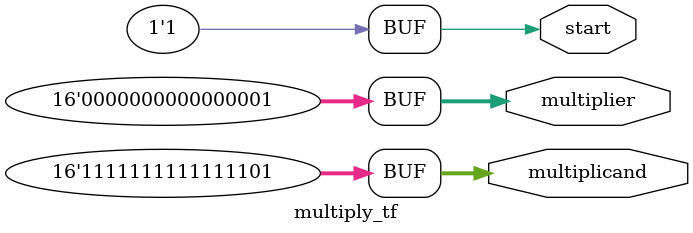
<source format=v>
`timescale 1ns / 1ns

module multiply_tf(multiplier, multiplicand, start);
	output reg signed [15:0] multiplier, multiplicand;
	output reg start;
	
	initial begin
		multiplier = -1;
		multiplicand = 3;  
		start = 1;	   
		#30;
		multiplier = -1;
		multiplicand = -3;  
		start = 1;	   
		#30;
		multiplier = 1;
		multiplicand = 3;  
		start = 1;	   
		#30;
		multiplier = -255;
		multiplicand = 255;  
		start = 1;	   
		#30;
		multiplier = 1;
		multiplicand = -3;  
		start = 1;	   
		#30;
	end
	
endmodule

</source>
